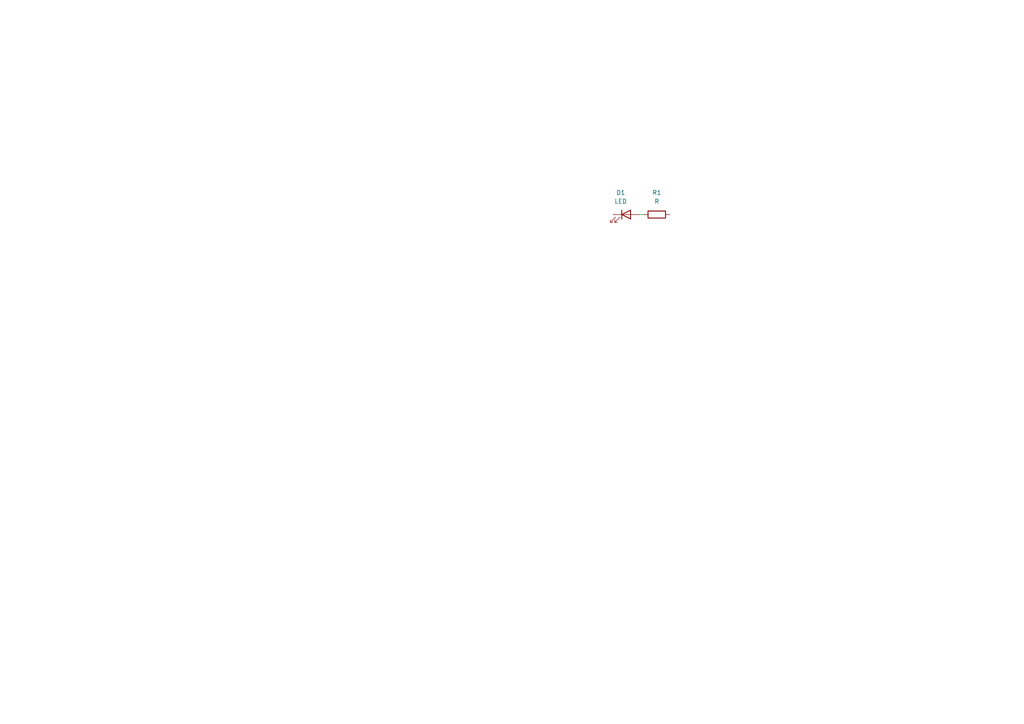
<source format=kicad_sch>
(kicad_sch (version 20231120) (generator "eeschema") (generator_version "8.0")
  (paper "A4")
  (lib_symbols
    (symbol "Device:LED" (pin_numbers hide) (pin_names (offset 1.016) hide)
      (property "Reference" "D" (at 0 2.54 0))
      (property "Value" "LED" (at 0 -2.54 0))
      (symbol "LED_0_1"
        (polyline (pts (xy -1.27 -1.27) (xy -1.27 1.27)) (stroke (width 0.254)))
        (polyline (pts (xy -1.27 0) (xy 1.27 0)))
        (polyline (pts (xy 1.27 -1.27) (xy 1.27 1.27) (xy -1.27 0) (xy 1.27 -1.27)) (stroke (width 0.254)))
        (polyline (pts (xy -3.048 -0.762) (xy -4.572 -2.286) (xy -3.81 -2.286) (xy -4.572 -2.286) (xy -4.572 -1.524)))
        (polyline (pts (xy -1.778 -0.762) (xy -3.302 -2.286) (xy -2.54 -2.286) (xy -3.302 -2.286) (xy -3.302 -1.524)))
      )
      (symbol "LED_1_1"
        (pin passive line (at -3.81 0 0) (length 2.54) (name "K") (number "1"))
        (pin passive line (at 3.81 0 180) (length 2.54) (name "A") (number "2"))
      )
    )
    (symbol "Device:R" (pin_numbers hide) (pin_names (offset 0))
      (property "Reference" "R" (at 2.032 0 90))
      (property "Value" "R" (at 0 0 90))
      (symbol "R_0_1"
        (rectangle (start -1.016 -2.54) (end 1.016 2.54) (stroke (width 0.254)))
      )
      (symbol "R_1_1"
        (pin passive line (at 0 3.81 270) (length 1.27) (name "~") (number "1"))
        (pin passive line (at 0 -3.81 90) (length 1.27) (name "~") (number "2"))
      )
    )
  )
  (wire (pts (xy 185.42 62.23) (xy 186.69 62.23)))
  (symbol (lib_id "Device:LED") (at 181.61 62.23 0) (unit 1)
    (property "Reference" "D1" (at 180.0225 55.88 0))
    (property "Value" "LED" (at 180.0225 58.42 0))
    (property "Footprint" "LED_THT:LED_D3.0mm" (effects (hide yes)))
    (property "Description" "Light emitting diode" (effects (hide yes)))
  )
  (symbol (lib_id "Device:R") (at 190.5 62.23 90) (unit 1)
    (property "Reference" "R1" (at 190.5 55.88 90))
    (property "Value" "R" (at 190.5 58.42 90))
    (property "Footprint" "Resistor_THT:R_Axial_DIN0309_L9.0mm_D3.2mm_P12.70mm_Horizontal" (effects (hide yes)))
    (property "Description" "Resistor" (effects (hide yes)))
  )
)
</source>
